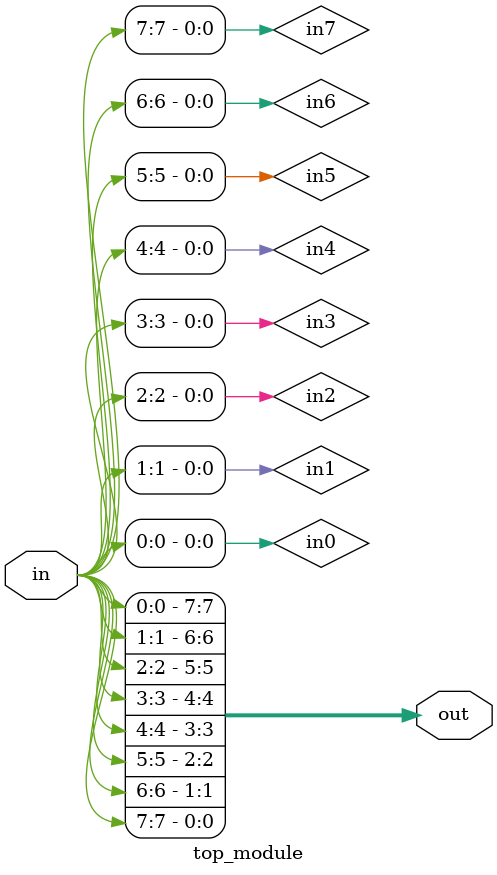
<source format=sv>
module top_module (
	input [7:0] in,
	output [7:0] out
);
	
	// Declare a wire for each individual bit of the input vector
	wire in0, in1, in2, in3, in4, in5, in6, in7;

	// Assign each wire to the corresponding bit of the input vector
	assign {in7, in6, in5, in4, in3, in2, in1, in0} = in;

	// Assign each bit of the output vector to the corresponding wire
	assign out = {in0, in1, in2, in3, in4, in5, in6, in7};

endmodule

</source>
